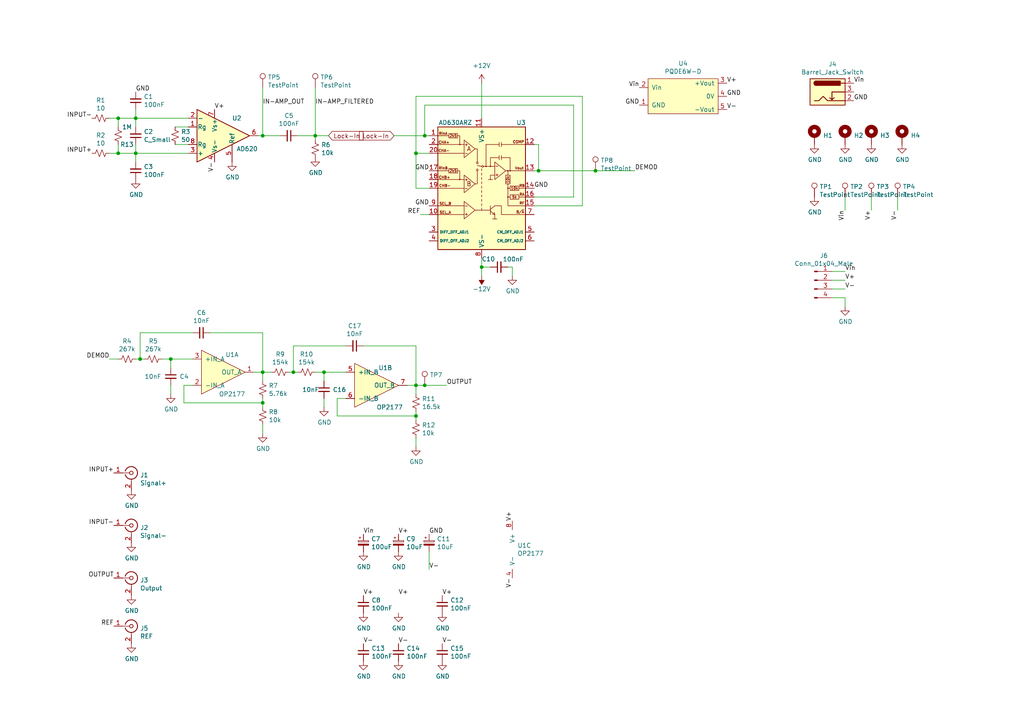
<source format=kicad_sch>
(kicad_sch (version 20250114) (generator "eeschema") (generator_version "9.0")
  (paper "A4")
  (title_block (title "openEPR Lock-In Amp") (date "2021-04-30") (rev "A") (comment 4 "Timothy Keller"))
  (lib_symbols
    (symbol "Amplifier_Instrumentation:AD620" (pin_names (offset 0.127))
      (property "Reference" "U" (at 3.81 7.62 0))
      (property "Value" "AD620" (at 5.08 5.08 0))
      (symbol "AD620_0_1"
        (polyline (pts (xy -7.62 7.62) (xy -7.62 -7.62) (xy 7.62 0) (xy -7.62 7.62)) (stroke (width 0.254)) (fill (type background)))
      )
      (symbol "AD620_1_1"
        (pin input line (at -10.16 5.08 0) (length 2.54) (name "-") (number "2"))
        (pin passive line (at -10.16 2.54 0) (length 2.54) (name "Rg") (number "1"))
        (pin passive line (at -10.16 -2.54 0) (length 2.54) (name "Rg") (number "8"))
        (pin input line (at -10.16 -5.08 0) (length 2.54) (name "+") (number "3"))
        (pin power_in line (at -2.54 7.62 270) (length 2.54) (name "Vs+") (number "7"))
        (pin power_in line (at -2.54 -7.62 90) (length 2.54) (name "Vs-") (number "4"))
        (pin passive line (at 2.54 -7.62 90) (length 5.08) (name "Ref") (number "5"))
        (pin output line (at 10.16 0 180) (length 2.54) (name "~") (number "6"))
      )
    )
    (symbol "Connector:Barrel_Jack_Switch" (pin_names (hide yes))
      (property "Reference" "J" (at 0 5.334 0))
      (property "Value" "Barrel_Jack_Switch" (at 0 -5.08 0))
      (symbol "Barrel_Jack_Switch_0_1"
        (rectangle (start -5.08 3.81) (end 5.08 -3.81) (stroke (width 0.254)) (fill (type background)))
        (polyline (pts (xy -3.81 -2.54) (xy -2.54 -2.54) (xy -1.27 -1.27) (xy 0 -2.54) (xy 2.54 -2.54) (xy 5.08 -2.54)) (stroke (width 0.254)))
        (arc (start -3.302 1.905) (mid -3.9343 2.54) (end -3.302 3.175) (stroke (width 0.254)))
        (arc (start -3.302 1.905) (mid -3.9343 2.54) (end -3.302 3.175) (stroke (width 0.254)) (fill (type outline)))
        (polyline (pts (xy 1.27 -2.286) (xy 1.905 -1.651)) (stroke (width 0.254)))
        (rectangle (start 3.683 3.175) (end -3.302 1.905) (stroke (width 0.254)) (fill (type outline)))
        (polyline (pts (xy 5.08 2.54) (xy 3.81 2.54)) (stroke (width 0.254)))
        (polyline (pts (xy 5.08 0) (xy 1.27 0) (xy 1.27 -2.286) (xy 0.635 -1.651)) (stroke (width 0.254)))
      )
      (symbol "Barrel_Jack_Switch_1_1"
        (pin passive line (at 7.62 2.54 180) (length 2.54) (name "~") (number "1"))
        (pin passive line (at 7.62 0 180) (length 2.54) (name "~") (number "3"))
        (pin passive line (at 7.62 -2.54 180) (length 2.54) (name "~") (number "2"))
      )
    )
    (symbol "Connector:Conn_Coaxial" (pin_names (offset 1.016) (hide yes))
      (property "Reference" "J" (at 0.254 3.048 0))
      (property "Value" "Conn_Coaxial" (at 2.921 0 90))
      (symbol "Conn_Coaxial_0_1"
        (polyline (pts (xy -2.54 0) (xy -0.508 0)))
        (arc (start 1.778 0) (mid 0.222 -1.8079) (end -1.778 -0.508) (stroke (width 0.254)))
        (arc (start -1.778 0.508) (mid 0.2221 1.8084) (end 1.778 0) (stroke (width 0.254)))
        (circle (center 0 0) (radius 0.508) (stroke (width 0.2032)))
        (polyline (pts (xy 0 -2.54) (xy 0 -1.778)))
      )
      (symbol "Conn_Coaxial_1_1"
        (pin passive line (at -5.08 0 0) (length 2.54) (name "In") (number "1"))
        (pin passive line (at 0 -5.08 90) (length 2.54) (name "Ext") (number "2"))
      )
    )
    (symbol "Connector:TestPoint" (pin_numbers (hide yes)) (pin_names (offset 0.762) (hide yes))
      (property "Reference" "TP" (at 0 6.858 0))
      (property "Value" "TestPoint" (at 0 5.08 0))
      (symbol "TestPoint_0_1"
        (circle (center 0 3.302) (radius 0.762))
      )
      (symbol "TestPoint_1_1"
        (pin passive line (at 0 0 90) (length 2.54) (name "1") (number "1"))
      )
    )
    (symbol "Device:C_Small" (pin_numbers (hide yes)) (pin_names (offset 0.254) (hide yes))
      (property "Reference" "C" (at 0.254 1.778 0))
      (property "Value" "C_Small" (at 0.254 -2.032 0))
      (symbol "C_Small_0_1"
        (polyline (pts (xy -1.524 0.508) (xy 1.524 0.508)) (stroke (width 0.3048)))
        (polyline (pts (xy -1.524 -0.508) (xy 1.524 -0.508)) (stroke (width 0.3302)))
      )
      (symbol "C_Small_1_1"
        (pin passive line (at 0 2.54 270) (length 2.032) (name "~") (number "1"))
        (pin passive line (at 0 -2.54 90) (length 2.032) (name "~") (number "2"))
      )
    )
    (symbol "Device:R_Small_US" (pin_numbers (hide yes)) (pin_names (offset 0.254) (hide yes))
      (property "Reference" "R" (at 0.762 0.508 0))
      (property "Value" "R_Small_US" (at 0.762 -1.016 0))
      (symbol "R_Small_US_1_1"
        (polyline (pts (xy 0 1.524) (xy 1.016 1.143) (xy 0 0.762) (xy -1.016 0.381) (xy 0 0)))
        (polyline (pts (xy 0 0) (xy 1.016 -0.381) (xy 0 -0.762) (xy -1.016 -1.143) (xy 0 -1.524)))
        (pin passive line (at 0 2.54 270) (length 1.016) (name "~") (number "1"))
        (pin passive line (at 0 -2.54 90) (length 1.016) (name "~") (number "2"))
      )
    )
    (symbol "Mechanical:MountingHole_Pad" (pin_numbers (hide yes)) (pin_names (offset 1.016) (hide yes)) (exclude_from_sim yes) (in_bom no)
      (property "Reference" "H" (at 0 6.35 0))
      (property "Value" "MountingHole_Pad" (at 0 4.445 0))
      (symbol "MountingHole_Pad_0_1"
        (circle (center 0 1.27) (radius 1.27) (stroke (width 1.27)))
      )
      (symbol "MountingHole_Pad_1_1"
        (pin input line (at 0 -2.54 90) (length 2.54) (name "1") (number "1"))
      )
    )
    (symbol "openEPR_Lock-In-rescue:AD630ARZ-Analog"
      (property "Reference" "U" (at -8.89 19.05 0))
      (property "Value" "Analog_AD630ARZ" (at 6.35 19.05 0))
      (symbol "AD630ARZ-Analog_0_0"
        (text "RinA" (at -11.176 15.875 0) (effects (font (size 0.762 0.762))))
        (text "RinB" (at -11.176 5.842 0) (effects (font (size 0.762 0.762))))
        (text "CHA+" (at -10.922 13.335 0) (effects (font (size 0.762 0.762))))
        (text "CHA-" (at -10.922 10.922 0) (effects (font (size 0.762 0.762))))
        (text "CHB+" (at -10.795 3.175 0) (effects (font (size 0.762 0.762))))
        (text "CHB-" (at -10.668 0.762 0) (effects (font (size 0.762 0.762))))
        (text "SEL_B" (at -10.541 -4.445 0) (effects (font (size 0.762 0.762))))
        (text "SEL_A" (at -10.541 -6.985 0) (effects (font (size 0.762 0.762))))
        (text "2k5" (at -8.255 15.24 0) (effects (font (size 0.762 0.762))))
        (text "2k5" (at -8.255 5.08 0) (effects (font (size 0.762 0.762))))
        (text "+" (at -4.445 12.7 0) (effects (font (size 0.889 0.889))))
        (text "-" (at -4.445 10.16 0) (effects (font (size 0.889 0.889))))
        (text "+" (at -4.445 2.54 0) (effects (font (size 0.889 0.889))))
        (text "-" (at -4.445 0 0) (effects (font (size 0.889 0.889))))
        (text "-" (at -4.445 -5.08 0) (effects (font (size 0.889 0.889))))
        (text "+" (at -4.445 -7.493 0) (effects (font (size 0.889 0.889))))
        (text "A" (at -3.683 11.43 0) (effects (font (size 1.27 1.27))))
        (text "B" (at -3.683 1.27 0) (effects (font (size 1.27 1.27))))
        (text "-" (at 4.445 6.477 0) (effects (font (size 0.889 0.889))))
        (text "+" (at 4.445 3.937 0) (effects (font (size 0.889 0.889))))
        (text "10k" (at 7.62 2.54 900) (effects (font (size 0.762 0.762))))
        (text "10k" (at 9.525 0 0) (effects (font (size 0.762 0.762))))
        (text "5k" (at 9.525 -2.54 0) (effects (font (size 0.762 0.762))))
        (text "COMP" (at 10.668 13.462 0) (effects (font (size 0.762 0.762))))
        (text "Vout" (at 10.922 5.842 0) (effects (font (size 0.762 0.762))))
        (text "B/~{A}" (at 11.176 -6.858 0) (effects (font (size 0.762 0.762))))
        (text "RB" (at 11.684 0.762 0) (effects (font (size 0.762 0.762))))
        (text "RA" (at 11.684 -1.778 0) (effects (font (size 0.762 0.762))))
        (text "RF" (at 11.684 -4.318 0) (effects (font (size 0.762 0.762))))
      )
      (symbol "AD630ARZ-Analog_0_1"
        (rectangle (start -12.7 17.78) (end 12.7 -17.78) (stroke (width 0.254)) (fill (type background)))
        (polyline (pts (xy -12.7 15.24) (xy -9.525 15.24)))
        (polyline (pts (xy -12.7 10.16) (xy -5.08 10.16)))
        (polyline (pts (xy -12.7 5.08) (xy -9.525 5.08)))
        (polyline (pts (xy -12.7 0) (xy -5.08 0)))
        (polyline (pts (xy -12.7 -5.08) (xy -5.08 -5.08)))
        (polyline (pts (xy -12.7 -7.62) (xy -5.08 -7.62)))
        (polyline (pts (xy -9.525 15.875) (xy -9.525 14.605) (xy -6.985 14.605) (xy -6.985 15.875) (xy -9.525 15.875)))
        (polyline (pts (xy -9.525 5.715) (xy -9.525 4.445) (xy -6.985 4.445) (xy -6.985 5.715) (xy -9.525 5.715)))
        (polyline (pts (xy -6.985 15.24) (xy -6.35 15.24) (xy -6.35 12.7) (xy -12.7 12.7)))
        (polyline (pts (xy -6.985 5.08) (xy -6.35 5.08) (xy -6.35 2.54) (xy -12.7 2.54)))
        (circle (center -6.35 12.7) (radius 0.127))
        (polyline (pts (xy -6.35 12.7) (xy -5.08 12.7)))
        (circle (center -6.35 2.54) (radius 0.127))
        (polyline (pts (xy -6.35 2.54) (xy -5.715 2.54) (xy -5.08 2.54)))
        (polyline (pts (xy -5.08 13.97) (xy -5.08 8.89) (xy -1.905 11.43) (xy -5.08 13.97)))
        (polyline (pts (xy -5.08 3.81) (xy -5.08 -1.27) (xy -1.905 1.27) (xy -5.08 3.81)))
        (polyline (pts (xy -5.08 -3.81) (xy -5.08 -8.89) (xy -1.905 -6.35) (xy -5.08 -3.81)))
        (polyline (pts (xy -1.905 11.43) (xy -1.27 11.43) (xy -1.27 8.89)))
        (polyline (pts (xy -1.905 1.27) (xy -1.27 1.27) (xy -1.27 5.08)))
        (polyline (pts (xy -1.905 -6.35) (xy 0 -6.35)))
        (polyline (pts (xy -1.27 8.89) (xy -1.27 7.62)))
        (circle (center -1.27 7.366) (radius 0.254))
        (circle (center -1.27 5.334) (radius 0.254))
        (polyline (pts (xy 0 6.35) (xy -1.27 6.604)))
        (polyline (pts (xy 0 5.715) (xy 0 5.08)))
        (polyline (pts (xy 0 4.445) (xy 0 3.81)))
        (polyline (pts (xy 0 3.175) (xy 0 2.54)))
        (polyline (pts (xy 0 1.905) (xy 0 1.27)))
        (polyline (pts (xy 0 0.635) (xy 0 0)))
        (polyline (pts (xy 0 -0.635) (xy 0 -1.27)))
        (polyline (pts (xy 0 -1.905) (xy 0 -2.54)))
        (polyline (pts (xy 0 -3.175) (xy 0 -3.81)))
        (polyline (pts (xy 0 -4.445) (xy 0 -5.08)))
        (polyline (pts (xy 0 -5.715) (xy 0 -6.35)))
        (polyline (pts (xy 0 -6.35) (xy 2.54 -6.35)))
        (circle (center 0.254 6.35) (radius 0.254))
        (polyline (pts (xy 1.27 12.7) (xy 5.08 12.7) (xy 5.08 13.335)))
        (polyline (pts (xy 1.27 6.35) (xy 0.508 6.35)))
        (polyline (pts (xy 1.27 6.35) (xy 1.27 12.7)))
        (polyline (pts (xy 1.27 6.35) (xy 3.81 6.35)))
        (circle (center 1.27 6.35) (radius 0.127))
        (polyline (pts (xy 1.905 2.54) (xy 3.175 2.54)))
        (polyline (pts (xy 2.54 6.35) (xy 2.54 8.89) (xy 5.08 8.89)))
        (circle (center 2.54 6.35) (radius 0.127))
        (polyline (pts (xy 2.54 -5.08) (xy 2.54 -7.62)))
        (polyline (pts (xy 2.54 -6.096) (xy 3.81 -5.08)))
        (polyline (pts (xy 2.54 -6.604) (xy 3.81 -7.62)))
        (polyline (pts (xy 3.683 -6.985) (xy 3.81 -7.62) (xy 3.175 -7.493)))
        (polyline (pts (xy 3.81 7.62) (xy 3.81 2.54)))
        (polyline (pts (xy 3.81 7.62) (xy 6.985 5.08) (xy 3.81 2.54)))
        (polyline (pts (xy 3.81 3.81) (xy 2.54 3.81) (xy 2.54 2.54)))
        (polyline (pts (xy 3.81 -5.08) (xy 5.08 -5.08)))
        (polyline (pts (xy 3.81 -7.62) (xy 3.81 -8.89) (xy 3.175 -8.89)))
        (polyline (pts (xy 3.81 -8.89) (xy 4.445 -8.89)))
        (polyline (pts (xy 5.08 12.065) (xy 5.08 12.7)))
        (polyline (pts (xy 5.08 9.525) (xy 5.08 8.255)))
        (polyline (pts (xy 5.08 -5.08) (xy 5.715 -5.08) (xy 5.715 -7.62) (xy 12.7 -7.62)))
        (polyline (pts (xy 5.715 13.335) (xy 5.715 12.065)))
        (polyline (pts (xy 5.715 12.7) (xy 12.7 12.7)))
        (polyline (pts (xy 5.715 9.525) (xy 5.715 8.255)))
        (polyline (pts (xy 5.715 8.89) (xy 8.255 8.89) (xy 8.255 5.08)))
        (polyline (pts (xy 6.985 3.81) (xy 8.255 3.81) (xy 8.255 1.27) (xy 6.985 1.27) (xy 6.985 3.81)))
        (polyline (pts (xy 7.62 5.08) (xy 12.7 5.08)))
        (circle (center 7.62 5.08) (radius 0.127))
        (polyline (pts (xy 7.62 3.81) (xy 7.62 5.08) (xy 6.985 5.08)))
        (polyline (pts (xy 7.62 1.27) (xy 7.62 -2.54)))
        (circle (center 7.62 0) (radius 0.127))
        (polyline (pts (xy 7.62 -2.54) (xy 7.62 -5.08) (xy 12.7 -5.08)))
        (circle (center 7.62 -2.54) (radius 0.127))
        (circle (center 8.255 5.08) (radius 0.127))
        (polyline (pts (xy 8.255 0.635) (xy 8.255 -0.635) (xy 10.795 -0.635) (xy 10.795 0.635) (xy 8.255 0.635)))
        (polyline (pts (xy 8.255 0) (xy 7.62 0)))
        (polyline (pts (xy 8.255 -1.905) (xy 8.255 -3.175) (xy 10.795 -3.175) (xy 10.795 -1.905) (xy 8.255 -1.905)))
        (polyline (pts (xy 8.255 -2.54) (xy 7.62 -2.54)))
        (polyline (pts (xy 10.795 0) (xy 12.7 0)))
        (polyline (pts (xy 10.795 -2.54) (xy 12.7 -2.54)))
      )
      (symbol "AD630ARZ-Analog_1_1"
        (pin input line (at -15.24 15.24 0) (length 2.54) (name "RinA") (number "1"))
        (pin input line (at -15.24 12.7 0) (length 2.54) (name "CHA+") (number "2"))
        (pin input line (at -15.24 10.16 0) (length 2.54) (name "CHA-") (number "20"))
        (pin input line (at -15.24 5.08 0) (length 2.54) (name "RinB") (number "17"))
        (pin input line (at -15.24 2.54 0) (length 2.54) (name "CHB+") (number "18"))
        (pin input line (at -15.24 0 0) (length 2.54) (name "CHB-") (number "19"))
        (pin input line (at -15.24 -5.08 0) (length 2.54) (name "SEL_B") (number "9"))
        (pin input line (at -15.24 -7.62 0) (length 2.54) (name "SEL_A") (number "10"))
        (pin passive line (at -15.24 -12.7 0) (length 2.54) (name "DIFF_OFF_ADJ1") (number "3"))
        (pin passive line (at -15.24 -15.24 0) (length 2.54) (name "DIFF_OFF_ADJ2") (number "4"))
        (pin power_in line (at 0 20.32 270) (length 2.54) (name "VS+") (number "11"))
        (pin power_in line (at 0 -20.32 90) (length 2.54) (name "VS-") (number "8"))
        (pin passive line (at 15.24 12.7 180) (length 2.54) (name "COMP") (number "12"))
        (pin output line (at 15.24 5.08 180) (length 2.54) (name "Vout") (number "13"))
        (pin output line (at 15.24 0 180) (length 2.54) (name "RB") (number "14"))
        (pin output line (at 15.24 -2.54 180) (length 2.54) (name "RA") (number "16"))
        (pin output line (at 15.24 -5.08 180) (length 2.54) (name "RF") (number "15"))
        (pin open_collector line (at 15.24 -7.62 180) (length 2.54) (name "B/~{A}") (number "7"))
        (pin passive line (at 15.24 -12.7 180) (length 2.54) (name "CM_OFF_ADJ1") (number "5"))
        (pin passive line (at 15.24 -15.24 180) (length 2.54) (name "CM_OFF_ADJ2") (number "6"))
      )
    )
    (symbol "openEPR_Lock-In-rescue:CP_Small-Device" (pin_numbers (hide yes)) (pin_names (offset 0.254) (hide yes))
      (property "Reference" "C" (at 0.254 1.778 0))
      (property "Value" "Device_CP_Small" (at 0.254 -2.032 0))
      (symbol "CP_Small-Device_0_1"
        (rectangle (start -1.524 0.6858) (end 1.524 0.3048))
        (rectangle (start -1.524 -0.3048) (end 1.524 -0.6858) (fill (type outline)))
        (polyline (pts (xy -1.27 1.524) (xy -0.762 1.524)))
        (polyline (pts (xy -1.016 1.27) (xy -1.016 1.778)))
      )
      (symbol "CP_Small-Device_1_1"
        (pin passive line (at 0 2.54 270) (length 1.8542) (name "~") (number "1"))
        (pin passive line (at 0 -2.54 90) (length 1.8542) (name "~") (number "2"))
      )
    )
    (symbol "openEPR_Lock-In-rescue:Conn_01x04_Male-Connector" (pin_names (offset 1.016) (hide yes))
      (property "Reference" "J" (at 0 5.08 0))
      (property "Value" "Connector_Conn_01x04_Male" (at 0 -7.62 0))
      (symbol "Conn_01x04_Male-Connector_1_1"
        (rectangle (start 0.8636 2.667) (end 0 2.413) (stroke (width 0.1524)) (fill (type outline)))
        (rectangle (start 0.8636 0.127) (end 0 -0.127) (stroke (width 0.1524)) (fill (type outline)))
        (rectangle (start 0.8636 -2.413) (end 0 -2.667) (stroke (width 0.1524)) (fill (type outline)))
        (rectangle (start 0.8636 -4.953) (end 0 -5.207) (stroke (width 0.1524)) (fill (type outline)))
        (polyline (pts (xy 1.27 2.54) (xy 0.8636 2.54)) (stroke (width 0.1524)))
        (polyline (pts (xy 1.27 0) (xy 0.8636 0)) (stroke (width 0.1524)))
        (polyline (pts (xy 1.27 -2.54) (xy 0.8636 -2.54)) (stroke (width 0.1524)))
        (polyline (pts (xy 1.27 -5.08) (xy 0.8636 -5.08)) (stroke (width 0.1524)))
        (pin passive line (at 5.08 2.54 180) (length 3.81) (name "Pin_1") (number "1"))
        (pin passive line (at 5.08 0 180) (length 3.81) (name "Pin_2") (number "2"))
        (pin passive line (at 5.08 -2.54 180) (length 3.81) (name "Pin_3") (number "3"))
        (pin passive line (at 5.08 -5.08 180) (length 3.81) (name "Pin_4") (number "4"))
      )
    )
    (symbol "openEPR_Lock-In-rescue:GND-power" (power) (pin_names (offset 0))
      (property "Value" "power_GND" (at 0 -3.81 0))
      (symbol "GND-power_0_1"
        (polyline (pts (xy 0 0) (xy 0 -1.27) (xy 1.27 -1.27) (xy 0 -2.54) (xy -1.27 -1.27) (xy 0 -1.27)))
      )
      (symbol "GND-power_1_1"
        (pin power_in line (at 0 0 270) (length 0) (hide yes) (name "GND") (number "1"))
      )
    )
    (symbol "openEPR_Lock-In-rescue:OP2177-My_Library" (pin_names (offset 1.016))
      (property "Reference" "U" (at 7.62 7.62 0))
      (property "Value" "My_Library_OP2177" (at 10.16 -7.62 0))
      (symbol "OP2177-My_Library_1_1"
        (polyline (pts (xy -6.35 6.35) (xy -6.35 -6.35) (xy 6.35 0) (xy -6.35 6.35)) (fill (type background)))
        (pin input line (at -8.89 3.81 0) (length 2.54) (name "+IN_A") (number "3"))
        (pin input line (at -8.89 -3.81 0) (length 2.54) (name "-IN_A") (number "2"))
        (pin input line (at 8.89 0 180) (length 2.54) (name "OUT_A") (number "1"))
      )
      (symbol "OP2177-My_Library_2_1"
        (polyline (pts (xy -6.35 6.35) (xy -6.35 -6.35) (xy 6.35 0) (xy -6.35 6.35)) (fill (type background)))
        (pin input line (at -8.89 3.81 0) (length 2.54) (name "+IN_B") (number "5"))
        (pin input line (at -8.89 -3.81 0) (length 2.54) (name "-IN_B") (number "6"))
        (pin input line (at 8.89 0 180) (length 2.54) (name "OUT_B") (number "7"))
      )
      (symbol "OP2177-My_Library_3_1"
        (pin input line (at 0 8.89 270) (length 2.54) (name "V+") (number "8"))
        (pin input line (at 0 -7.62 90) (length 2.54) (name "V-") (number "4"))
      )
    )
    (symbol "openEPR_Lock-In-rescue:PQDE6W-D-My_Library" (pin_names (offset 1.016))
      (property "Reference" "U" (at -8.89 6.35 0))
      (property "Value" "My_Library_PQDE6W-D" (at 5.08 -6.35 0))
      (symbol "PQDE6W-D-My_Library_0_1"
        (rectangle (start 10.16 -5.08) (end -10.16 5.08) (fill (type background)))
      )
      (symbol "PQDE6W-D-My_Library_1_1"
        (pin input line (at -12.7 2.54 0) (length 2.54) (name "Vin") (number "2"))
        (pin input line (at -12.7 -2.54 0) (length 2.54) (name "GND") (number "1"))
        (pin input line (at 12.7 3.81 180) (length 2.54) (name "+Vout") (number "3"))
        (pin input line (at 12.7 0 180) (length 2.54) (name "0V") (number "4"))
        (pin input line (at 12.7 -3.81 180) (length 2.54) (name "-Vout") (number "5"))
      )
    )
    (symbol "power:+12V" (power) (pin_numbers (hide yes)) (pin_names (offset 0) (hide yes))
      (property "Value" "+12V" (at 0 3.556 0))
      (symbol "+12V_0_1"
        (polyline (pts (xy -0.762 1.27) (xy 0 2.54)))
        (polyline (pts (xy 0 2.54) (xy 0.762 1.27)))
        (polyline (pts (xy 0 0) (xy 0 2.54)))
      )
      (symbol "+12V_1_1"
        (pin power_in line (at 0 0 90) (length 0) (name "~") (number "1"))
      )
    )
    (symbol "power:-12V" (power) (pin_numbers (hide yes)) (pin_names (offset 0) (hide yes))
      (property "Value" "-12V" (at 0 3.556 0))
      (symbol "-12V_0_0"
        (pin power_in line (at 0 0 90) (length 0) (name "~") (number "1"))
      )
      (symbol "-12V_0_1"
        (polyline (pts (xy 0 0) (xy 0 1.27) (xy 0.762 1.27) (xy 0 2.54) (xy -0.762 1.27) (xy 0 1.27)) (fill (type outline)))
      )
    )
  )
  (junction (at 91.44 39.37))
  (junction (at 120.65 120.65))
  (junction (at 139.7 77.47))
  (junction (at 49.53 104.14))
  (junction (at 85.09 107.95))
  (junction (at 76.2 39.37))
  (junction (at 123.19 39.37))
  (junction (at 34.29 34.29))
  (junction (at 120.65 44.45))
  (junction (at 39.37 34.29))
  (junction (at 120.65 111.76))
  (junction (at 76.2 116.84))
  (junction (at 40.64 104.14))
  (junction (at 34.29 44.45))
  (junction (at 76.2 107.95))
  (junction (at 123.19 111.76))
  (junction (at 156.21 49.53))
  (junction (at 172.72 49.53))
  (junction (at 93.98 107.95))
  (junction (at 39.37 44.45))
  (wire (pts (xy 123.19 111.76) (xy 129.54 111.76)))
  (wire (pts (xy 39.37 34.29) (xy 39.37 36.83)))
  (wire (pts (xy 34.29 36.83) (xy 34.29 34.29)))
  (wire (pts (xy 148.59 77.47) (xy 148.59 80.01)))
  (wire (pts (xy 124.46 54.61) (xy 120.65 54.61)))
  (wire (pts (xy 53.34 111.76) (xy 53.34 116.84)))
  (wire (pts (xy 76.2 123.19) (xy 76.2 125.73)))
  (wire (pts (xy 123.19 39.37) (xy 114.3 39.37)))
  (wire (pts (xy 31.75 104.14) (xy 34.29 104.14)))
  (wire (pts (xy 123.19 39.37) (xy 124.46 39.37)))
  (wire (pts (xy 93.98 115.57) (xy 93.98 118.11)))
  (wire (pts (xy 100.33 115.57) (xy 97.79 115.57)))
  (wire (pts (xy 147.32 77.47) (xy 148.59 77.47)))
  (wire (pts (xy 156.21 49.53) (xy 154.94 49.53)))
  (wire (pts (xy 50.8 41.91) (xy 54.61 41.91)))
  (wire (pts (xy 76.2 116.84) (xy 76.2 118.11)))
  (wire (pts (xy 93.98 107.95) (xy 93.98 110.49)))
  (wire (pts (xy 97.79 115.57) (xy 97.79 120.65)))
  (wire (pts (xy 39.37 31.75) (xy 39.37 34.29)))
  (wire (pts (xy 91.44 25.4) (xy 91.44 39.37)))
  (wire (pts (xy 245.11 81.28) (xy 241.3 81.28)))
  (wire (pts (xy 54.61 34.29) (xy 39.37 34.29)))
  (wire (pts (xy 139.7 74.93) (xy 139.7 77.47)))
  (wire (pts (xy 39.37 44.45) (xy 34.29 44.45)))
  (wire (pts (xy 120.65 27.94) (xy 120.65 44.45)))
  (wire (pts (xy 91.44 107.95) (xy 93.98 107.95)))
  (wire (pts (xy 34.29 34.29) (xy 31.75 34.29)))
  (wire (pts (xy 60.96 96.52) (xy 76.2 96.52)))
  (wire (pts (xy 124.46 62.23) (xy 121.92 62.23)))
  (wire (pts (xy 85.09 100.33) (xy 100.33 100.33)))
  (wire (pts (xy 120.65 111.76) (xy 123.19 111.76)))
  (wire (pts (xy 46.99 104.14) (xy 49.53 104.14)))
  (wire (pts (xy 76.2 39.37) (xy 81.28 39.37)))
  (wire (pts (xy 78.74 107.95) (xy 76.2 107.95)))
  (wire (pts (xy 73.66 107.95) (xy 76.2 107.95)))
  (wire (pts (xy 139.7 24.13) (xy 139.7 34.29)))
  (wire (pts (xy 156.21 41.91) (xy 156.21 49.53)))
  (wire (pts (xy 49.53 111.76) (xy 49.53 114.3)))
  (wire (pts (xy 245.11 86.36) (xy 245.11 88.9)))
  (wire (pts (xy 49.53 104.14) (xy 49.53 106.68)))
  (wire (pts (xy 241.3 86.36) (xy 245.11 86.36)))
  (wire (pts (xy 120.65 100.33) (xy 105.41 100.33)))
  (wire (pts (xy 120.65 114.3) (xy 120.65 111.76)))
  (wire (pts (xy 168.91 27.94) (xy 168.91 59.69)))
  (wire (pts (xy 139.7 77.47) (xy 139.7 80.01)))
  (wire (pts (xy 39.37 41.91) (xy 39.37 44.45)))
  (wire (pts (xy 120.65 111.76) (xy 118.11 111.76)))
  (wire (pts (xy 124.46 160.02) (xy 124.46 165.1)))
  (wire (pts (xy 120.65 120.65) (xy 120.65 119.38)))
  (wire (pts (xy 260.35 57.15) (xy 260.35 60.96)))
  (wire (pts (xy 39.37 44.45) (xy 39.37 46.99)))
  (wire (pts (xy 252.73 57.15) (xy 252.73 60.96)))
  (wire (pts (xy 76.2 96.52) (xy 76.2 107.95)))
  (wire (pts (xy 86.36 39.37) (xy 91.44 39.37)))
  (wire (pts (xy 85.09 107.95) (xy 86.36 107.95)))
  (wire (pts (xy 55.88 111.76) (xy 53.34 111.76)))
  (wire (pts (xy 54.61 44.45) (xy 39.37 44.45)))
  (wire (pts (xy 40.64 104.14) (xy 41.91 104.14)))
  (wire (pts (xy 154.94 57.15) (xy 166.37 57.15)))
  (wire (pts (xy 156.21 49.53) (xy 172.72 49.53)))
  (wire (pts (xy 123.19 30.48) (xy 166.37 30.48)))
  (wire (pts (xy 245.11 78.74) (xy 241.3 78.74)))
  (wire (pts (xy 91.44 39.37) (xy 91.44 40.64)))
  (wire (pts (xy 123.19 30.48) (xy 123.19 39.37)))
  (wire (pts (xy 93.98 107.95) (xy 100.33 107.95)))
  (wire (pts (xy 91.44 39.37) (xy 95.25 39.37)))
  (wire (pts (xy 76.2 115.57) (xy 76.2 116.84)))
  (wire (pts (xy 76.2 107.95) (xy 76.2 110.49)))
  (wire (pts (xy 241.3 83.82) (xy 245.11 83.82)))
  (wire (pts (xy 120.65 120.65) (xy 120.65 121.92)))
  (wire (pts (xy 154.94 41.91) (xy 156.21 41.91)))
  (wire (pts (xy 85.09 107.95) (xy 85.09 100.33)))
  (wire (pts (xy 40.64 96.52) (xy 40.64 104.14)))
  (wire (pts (xy 172.72 49.53) (xy 184.15 49.53)))
  (wire (pts (xy 168.91 59.69) (xy 154.94 59.69)))
  (wire (pts (xy 50.8 36.83) (xy 54.61 36.83)))
  (wire (pts (xy 245.11 57.15) (xy 245.11 60.96)))
  (wire (pts (xy 39.37 104.14) (xy 40.64 104.14)))
  (wire (pts (xy 120.65 44.45) (xy 120.65 54.61)))
  (wire (pts (xy 124.46 44.45) (xy 120.65 44.45)))
  (wire (pts (xy 34.29 41.91) (xy 34.29 44.45)))
  (wire (pts (xy 83.82 107.95) (xy 85.09 107.95)))
  (wire (pts (xy 49.53 104.14) (xy 55.88 104.14)))
  (wire (pts (xy 139.7 77.47) (xy 142.24 77.47)))
  (wire (pts (xy 74.93 39.37) (xy 76.2 39.37)))
  (wire (pts (xy 120.65 111.76) (xy 120.65 100.33)))
  (wire (pts (xy 120.65 27.94) (xy 168.91 27.94)))
  (wire (pts (xy 39.37 34.29) (xy 34.29 34.29)))
  (wire (pts (xy 76.2 39.37) (xy 76.2 25.4)))
  (wire (pts (xy 40.64 96.52) (xy 55.88 96.52)))
  (wire (pts (xy 34.29 44.45) (xy 31.75 44.45)))
  (wire (pts (xy 166.37 57.15) (xy 166.37 30.48)))
  (wire (pts (xy 53.34 116.84) (xy 76.2 116.84)))
  (wire (pts (xy 97.79 120.65) (xy 120.65 120.65)))
  (wire (pts (xy 120.65 127) (xy 120.65 129.54)))
  (label "Vin" (at 247.65 24.13 0))
  (label "Vin" (at 105.41 154.94 0))
  (label "Vin" (at 185.42 25.4 180))
  (label "REF" (at 121.92 62.23 180))
  (label "GND" (at 124.46 59.69 180))
  (label "V-" (at 62.23 46.99 270))
  (label "V+" (at 148.59 151.13 90))
  (label "GND" (at 247.65 29.21 0))
  (label "OUTPUT" (at 33.02 167.64 180))
  (label "V-" (at 245.11 83.82 0))
  (label "Vin" (at 245.11 78.74 0))
  (label "IN-AMP_FILTERED" (at 91.44 30.48 0))
  (label "INPUT-" (at 33.02 152.4 180))
  (label "V-" (at 210.82 31.75 0))
  (label "Vin" (at 245.11 60.96 270))
  (label "V+" (at 210.82 24.13 0))
  (label "V+" (at 62.23 31.75 0))
  (label "GND" (at 39.37 26.67 0))
  (label "V+" (at 105.41 172.72 0))
  (label "GND" (at 210.82 27.94 0))
  (label "GND" (at 185.42 30.48 180))
  (label "REF" (at 33.02 181.61 180))
  (label "DEMOD" (at 184.15 49.53 0))
  (label "V-" (at 128.27 186.69 0))
  (label "V+" (at 115.57 172.72 0))
  (label "V+" (at 245.11 81.28 0))
  (label "INPUT-" (at 26.67 34.29 180))
  (label "INPUT+" (at 26.67 44.45 180))
  (label "INPUT+" (at 33.02 137.16 180))
  (label "V+" (at 252.73 60.96 270))
  (label "V-" (at 148.59 167.64 270))
  (label "V+" (at 115.57 154.94 0))
  (label "V-" (at 260.35 60.96 270))
  (label "V-" (at 115.57 186.69 0))
  (label "GND" (at 154.94 54.61 0))
  (label "GND" (at 124.46 49.53 180))
  (label "V+" (at 128.27 172.72 0))
  (label "IN-AMP_OUT" (at 76.2 30.48 0))
  (label "GND" (at 124.46 154.94 0))
  (label "OUTPUT" (at 129.54 111.76 0))
  (label "V-" (at 105.41 186.69 0))
  (label "DEMOD" (at 31.75 104.14 180))
  (label "V-" (at 124.46 165.1 0))
  (global_label "Lock-In" (shape input) (at 114.3 39.37 180) (property "Intersheetrefs" "${INTERSHEET_REFS}" (effects (hide yes))))
  (global_label "Lock-In" (shape input) (at 95.25 39.37 0) (property "Intersheetrefs" "${INTERSHEET_REFS}" (effects (hide yes))))
  (symbol (lib_id "openEPR_Lock-In-rescue:AD630ARZ-Analog") (at 139.7 54.61 0) (unit 1)
    (property "Reference" "U3" (at 151.13 35.56 0))
    (property "Value" "AD630ARZ" (at 132.08 35.56 0))
    (property "Footprint" "Package_SO:SOIC-20W_7.5x12.8mm_P1.27mm" (effects (hide yes)))
    (property "Datasheet" "https://www.analog.com/media/en/technical-documentation/data-sheets/ad630.pdf" (effects (hide yes)))
  )
  (symbol (lib_id "openEPR_Lock-In-rescue:PQDE6W-D-My_Library") (at 198.12 27.94 0) (unit 1)
    (property "Reference" "U4" (at 198.12 18.415 0))
    (property "Value" "PQDE6W-D" (at 198.12 20.7264 0))
    (property "Footprint" "My_Library:PQDE6W-D" (effects (hide yes)))
  )
  (symbol (lib_id "openEPR_Lock-In-rescue:GND-power") (at 105.41 160.02 0) (unit 1)
    (property "Reference" "#PWR010" (effects (hide yes)))
    (property "Value" "GND" (at 105.537 164.4142 0))
  )
  (symbol (lib_id "openEPR_Lock-In-rescue:GND-power") (at 115.57 160.02 0) (unit 1)
    (property "Reference" "#PWR012" (effects (hide yes)))
    (property "Value" "GND" (at 115.697 164.4142 0))
  )
  (symbol (lib_id "openEPR_Lock-In-rescue:GND-power") (at 105.41 177.8 0) (unit 1)
    (property "Reference" "#PWR011" (effects (hide yes)))
    (property "Value" "GND" (at 105.537 182.1942 0))
  )
  (symbol (lib_id "openEPR_Lock-In-rescue:GND-power") (at 115.57 177.8 0) (unit 1)
    (property "Reference" "#PWR013" (effects (hide yes)))
    (property "Value" "GND" (at 115.697 182.1942 0))
  )
  (symbol (lib_id "Amplifier_Instrumentation:AD620") (at 64.77 39.37 0) (unit 1)
    (property "Reference" "U2" (at 67.31 34.29 0) (effects (justify left)))
    (property "Value" "AD620" (at 68.58 43.18 0) (effects (justify left)))
    (property "Footprint" "Package_SO:SOIC-8_3.9x4.9mm_P1.27mm" (effects (hide yes)))
    (property "Datasheet" "https://www.analog.com/media/en/technical-documentation/data-sheets/AD620.pdf" (effects (hide yes)))
  )
  (symbol (lib_id "openEPR_Lock-In-rescue:GND-power") (at 67.31 46.99 0) (unit 1)
    (property "Reference" "#PWR05" (effects (hide yes)))
    (property "Value" "GND" (at 67.437 51.3842 0))
  )
  (symbol (lib_id "Device:R_Small_US") (at 91.44 43.18 180) (unit 1)
    (property "Reference" "R6" (at 93.1672 42.0116 0) (effects (justify right)))
    (property "Value" "10k" (at 93.1672 44.323 0) (effects (justify right)))
    (property "Footprint" "Resistor_SMD:R_0805_2012Metric_Pad1.20x1.40mm_HandSolder" (effects (hide yes)))
  )
  (symbol (lib_id "openEPR_Lock-In-rescue:GND-power") (at 91.44 45.72 0) (unit 1)
    (property "Reference" "#PWR08" (effects (hide yes)))
    (property "Value" "GND" (at 91.567 50.1142 0))
  )
  (symbol (lib_id "Device:R_Small_US") (at 29.21 44.45 270) (unit 1)
    (property "Reference" "R2" (at 29.21 39.243 90))
    (property "Value" "10" (at 29.21 41.5544 90))
    (property "Footprint" "Resistor_SMD:R_0805_2012Metric_Pad1.20x1.40mm_HandSolder" (effects (hide yes)))
  )
  (symbol (lib_id "Device:R_Small_US") (at 29.21 34.29 270) (unit 1)
    (property "Reference" "R1" (at 29.21 29.083 90))
    (property "Value" "10" (at 29.21 31.3944 90))
    (property "Footprint" "Resistor_SMD:R_0805_2012Metric_Pad1.20x1.40mm_HandSolder" (effects (hide yes)))
  )
  (symbol (lib_id "openEPR_Lock-In-rescue:GND-power") (at 39.37 52.07 0) (unit 1)
    (property "Reference" "#PWR01" (effects (hide yes)))
    (property "Value" "GND" (at 39.497 56.4642 0))
  )
  (symbol (lib_id "Connector:Conn_Coaxial") (at 38.1 137.16 0) (unit 1)
    (property "Reference" "J1" (at 40.64 137.795 0) (effects (justify left)))
    (property "Value" "Signal+" (at 40.64 140.1064 0) (effects (justify left)))
    (property "Footprint" "Connector_Coaxial:SMA_Samtec_SMA-J-P-X-ST-EM1_EdgeMount" (effects (hide yes)))
  )
  (symbol (lib_id "Connector:Conn_Coaxial") (at 38.1 152.4 0) (unit 1)
    (property "Reference" "J2" (at 40.64 153.035 0) (effects (justify left)))
    (property "Value" "Signal-" (at 40.64 155.3464 0) (effects (justify left)))
    (property "Footprint" "Connector_Coaxial:SMA_Samtec_SMA-J-P-X-ST-EM1_EdgeMount" (effects (hide yes)))
  )
  (symbol (lib_id "Connector:Conn_Coaxial") (at 38.1 167.64 0) (unit 1)
    (property "Reference" "J3" (at 40.64 168.275 0) (effects (justify left)))
    (property "Value" "Output" (at 40.64 170.5864 0) (effects (justify left)))
    (property "Footprint" "Connector_Coaxial:SMA_Samtec_SMA-J-P-X-ST-EM1_EdgeMount" (effects (hide yes)))
  )
  (symbol (lib_id "openEPR_Lock-In-rescue:GND-power") (at 38.1 142.24 0) (unit 1)
    (property "Reference" "#PWR02" (effects (hide yes)))
    (property "Value" "GND" (at 38.227 146.6342 0))
  )
  (symbol (lib_id "openEPR_Lock-In-rescue:GND-power") (at 38.1 157.48 0) (unit 1)
    (property "Reference" "#PWR03" (effects (hide yes)))
    (property "Value" "GND" (at 38.227 161.8742 0))
  )
  (symbol (lib_id "openEPR_Lock-In-rescue:GND-power") (at 38.1 172.72 0) (unit 1)
    (property "Reference" "#PWR04" (effects (hide yes)))
    (property "Value" "GND" (at 38.227 177.1142 0))
  )
  (symbol (lib_id "Device:C_Small") (at 83.82 39.37 270) (unit 1)
    (property "Reference" "C5" (at 83.82 33.5534 90))
    (property "Value" "100nF" (at 83.82 35.8648 90))
    (property "Footprint" "Capacitor_SMD:C_0805_2012Metric_Pad1.18x1.45mm_HandSolder" (effects (hide yes)))
  )
  (symbol (lib_id "Device:C_Small") (at 39.37 39.37 180) (unit 1)
    (property "Reference" "C2" (at 41.7068 38.2016 0) (effects (justify right)))
    (property "Value" "C_Small" (at 41.7068 40.513 0) (effects (justify right)))
    (property "Footprint" "Capacitor_SMD:C_0805_2012Metric_Pad1.18x1.45mm_HandSolder" (effects (hide yes)))
  )
  (symbol (lib_id "Device:C_Small") (at 39.37 29.21 180) (unit 1)
    (property "Reference" "C1" (at 41.7068 28.0416 0) (effects (justify right)))
    (property "Value" "100nF" (at 41.7068 30.353 0) (effects (justify right)))
    (property "Footprint" "Capacitor_SMD:C_0805_2012Metric_Pad1.18x1.45mm_HandSolder" (effects (hide yes)))
  )
  (symbol (lib_id "Device:C_Small") (at 39.37 49.53 180) (unit 1)
    (property "Reference" "C3" (at 41.7068 48.3616 0) (effects (justify right)))
    (property "Value" "100nF" (at 41.7068 50.673 0) (effects (justify right)))
    (property "Footprint" "Capacitor_SMD:C_0805_2012Metric_Pad1.18x1.45mm_HandSolder" (effects (hide yes)))
  )
  (symbol (lib_id "openEPR_Lock-In-rescue:CP_Small-Device") (at 105.41 157.48 0) (unit 1)
    (property "Reference" "C7" (at 107.6452 156.3116 0) (effects (justify left)))
    (property "Value" "100uF" (at 107.6452 158.623 0) (effects (justify left)))
    (property "Footprint" "Capacitor_THT:CP_Radial_D8.0mm_P5.00mm" (effects (hide yes)))
  )
  (symbol (lib_id "openEPR_Lock-In-rescue:CP_Small-Device") (at 115.57 157.48 0) (unit 1)
    (property "Reference" "C9" (at 117.8052 156.3116 0) (effects (justify left)))
    (property "Value" "10uF" (at 117.8052 158.623 0) (effects (justify left)))
    (property "Footprint" "Capacitor_THT:CP_Radial_D5.0mm_P2.00mm" (effects (hide yes)))
  )
  (symbol (lib_id "openEPR_Lock-In-rescue:CP_Small-Device") (at 124.46 157.48 0) (unit 1)
    (property "Reference" "C11" (at 126.6952 156.3116 0) (effects (justify left)))
    (property "Value" "10uF" (at 126.6952 158.623 0) (effects (justify left)))
    (property "Footprint" "Capacitor_THT:CP_Radial_D5.0mm_P2.00mm" (effects (hide yes)))
  )
  (symbol (lib_id "Device:C_Small") (at 105.41 175.26 0) (unit 1)
    (property "Reference" "C8" (at 107.7468 174.0916 0) (effects (justify left)))
    (property "Value" "100nF" (at 107.7468 176.403 0) (effects (justify left)))
    (property "Footprint" "Capacitor_SMD:C_0805_2012Metric_Pad1.18x1.45mm_HandSolder" (effects (hide yes)))
  )
  (symbol (lib_id "Device:C_Small") (at 144.78 77.47 90) (unit 1)
    (property "Reference" "C10" (at 143.6116 75.1332 90) (effects (justify left)))
    (property "Value" "100nF" (at 151.892 75.184 90) (effects (justify left)))
    (property "Footprint" "Capacitor_SMD:C_0805_2012Metric_Pad1.18x1.45mm_HandSolder" (effects (hide yes)))
  )
  (symbol (lib_id "Device:C_Small") (at 128.27 175.26 0) (unit 1)
    (property "Reference" "C12" (at 130.6068 174.0916 0) (effects (justify left)))
    (property "Value" "100nF" (at 130.6068 176.403 0) (effects (justify left)))
    (property "Footprint" "Capacitor_SMD:C_0805_2012Metric_Pad1.18x1.45mm_HandSolder" (effects (hide yes)))
  )
  (symbol (lib_id "openEPR_Lock-In-rescue:GND-power") (at 128.27 177.8 0) (unit 1)
    (property "Reference" "#PWR015" (effects (hide yes)))
    (property "Value" "GND" (at 128.397 182.1942 0))
  )
  (symbol (lib_id "Device:R_Small_US") (at 50.8 39.37 180) (unit 1)
    (property "Reference" "R3" (at 52.5272 38.2016 0) (effects (justify right)))
    (property "Value" "50" (at 52.5272 40.513 0) (effects (justify right)))
    (property "Footprint" "Resistor_SMD:R_0805_2012Metric_Pad1.20x1.40mm_HandSolder" (effects (hide yes)))
  )
  (symbol (lib_id "Connector:Conn_Coaxial") (at 38.1 181.61 0) (unit 1)
    (property "Reference" "J5" (at 40.64 182.245 0) (effects (justify left)))
    (property "Value" "REF" (at 40.64 184.5564 0) (effects (justify left)))
    (property "Footprint" "Connector_Coaxial:SMA_Samtec_SMA-J-P-X-ST-EM1_EdgeMount" (effects (hide yes)))
  )
  (symbol (lib_id "openEPR_Lock-In-rescue:GND-power") (at 38.1 186.69 0) (unit 1)
    (property "Reference" "#PWR0101" (effects (hide yes)))
    (property "Value" "GND" (at 38.227 191.0842 0))
  )
  (symbol (lib_id "Connector:Barrel_Jack_Switch") (at 240.03 26.67 0) (unit 1)
    (property "Reference" "J4" (at 241.4778 18.6182 0))
    (property "Value" "Barrel_Jack_Switch" (at 241.4778 20.9296 0))
    (property "Footprint" "Connector_BarrelJack:BarrelJack_Horizontal" (effects (hide yes)))
  )
  (symbol (lib_id "Device:C_Small") (at 105.41 189.23 0) (unit 1)
    (property "Reference" "C13" (at 107.7468 188.0616 0) (effects (justify left)))
    (property "Value" "100nF" (at 107.7468 190.373 0) (effects (justify left)))
    (property "Footprint" "Capacitor_SMD:C_0805_2012Metric_Pad1.18x1.45mm_HandSolder" (effects (hide yes)))
  )
  (symbol (lib_id "openEPR_Lock-In-rescue:GND-power") (at 105.41 191.77 0) (unit 1)
    (property "Reference" "#PWR0102" (effects (hide yes)))
    (property "Value" "GND" (at 105.537 196.1642 0))
  )
  (symbol (lib_id "Mechanical:MountingHole_Pad") (at 236.22 39.37 0) (unit 1)
    (property "Reference" "H1" (at 238.76 39.2938 0) (effects (justify left)))
    (property "Value" "MountingHole_Pad" (effects (hide yes)))
    (property "Footprint" "MountingHole:MountingHole_2.7mm_M2.5_Pad" (effects (hide yes)))
  )
  (symbol (lib_id "Mechanical:MountingHole_Pad") (at 245.11 39.37 0) (unit 1)
    (property "Reference" "H2" (at 247.65 39.2938 0) (effects (justify left)))
    (property "Value" "MountingHole_Pad" (effects (hide yes)))
    (property "Footprint" "MountingHole:MountingHole_2.7mm_M2.5_Pad" (effects (hide yes)))
  )
  (symbol (lib_id "Mechanical:MountingHole_Pad") (at 261.62 39.37 0) (unit 1)
    (property "Reference" "H4" (at 264.16 39.2938 0) (effects (justify left)))
    (property "Value" "MountingHole_Pad" (effects (hide yes)))
    (property "Footprint" "MountingHole:MountingHole_2.7mm_M2.5_Pad" (effects (hide yes)))
  )
  (symbol (lib_id "Mechanical:MountingHole_Pad") (at 252.73 39.37 0) (unit 1)
    (property "Reference" "H3" (at 255.27 39.2938 0) (effects (justify left)))
    (property "Value" "MountingHole_Pad" (effects (hide yes)))
    (property "Footprint" "MountingHole:MountingHole_2.7mm_M2.5_Pad" (effects (hide yes)))
  )
  (symbol (lib_id "Device:C_Small") (at 115.57 189.23 0) (unit 1)
    (property "Reference" "C14" (at 117.9068 188.0616 0) (effects (justify left)))
    (property "Value" "100nF" (at 117.9068 190.373 0) (effects (justify left)))
    (property "Footprint" "Capacitor_SMD:C_0805_2012Metric_Pad1.18x1.45mm_HandSolder" (effects (hide yes)))
  )
  (symbol (lib_id "openEPR_Lock-In-rescue:GND-power") (at 115.57 191.77 0) (unit 1)
    (property "Reference" "#PWR0103" (effects (hide yes)))
    (property "Value" "GND" (at 115.697 196.1642 0))
  )
  (symbol (lib_id "Connector:TestPoint") (at 236.22 57.15 0) (unit 1)
    (property "Reference" "TP1" (at 237.6932 54.1528 0) (effects (justify left)))
    (property "Value" "TestPoint" (at 237.6932 56.4642 0) (effects (justify left)))
    (property "Footprint" "TestPoint:TestPoint_Pad_D2.5mm" (effects (hide yes)))
  )
  (symbol (lib_id "openEPR_Lock-In-rescue:GND-power") (at 128.27 191.77 0) (unit 1)
    (property "Reference" "#PWR0104" (effects (hide yes)))
    (property "Value" "GND" (at 128.397 196.1642 0))
  )
  (symbol (lib_id "Connector:TestPoint") (at 245.11 57.15 0) (unit 1)
    (property "Reference" "TP2" (at 246.5832 54.1528 0) (effects (justify left)))
    (property "Value" "TestPoint" (at 246.5832 56.4642 0) (effects (justify left)))
    (property "Footprint" "TestPoint:TestPoint_Pad_D2.5mm" (effects (hide yes)))
  )
  (symbol (lib_id "Connector:TestPoint") (at 252.73 57.15 0) (unit 1)
    (property "Reference" "TP3" (at 254.2032 54.1528 0) (effects (justify left)))
    (property "Value" "TestPoint" (at 254.2032 56.4642 0) (effects (justify left)))
    (property "Footprint" "TestPoint:TestPoint_Pad_D2.5mm" (effects (hide yes)))
  )
  (symbol (lib_id "Connector:TestPoint") (at 260.35 57.15 0) (unit 1)
    (property "Reference" "TP4" (at 261.8232 54.1528 0) (effects (justify left)))
    (property "Value" "TestPoint" (at 261.8232 56.4642 0) (effects (justify left)))
    (property "Footprint" "TestPoint:TestPoint_Pad_D2.5mm" (effects (hide yes)))
  )
  (symbol (lib_id "openEPR_Lock-In-rescue:GND-power") (at 236.22 41.91 0) (unit 1)
    (property "Reference" "#PWR0105" (effects (hide yes)))
    (property "Value" "GND" (at 236.347 46.3042 0))
  )
  (symbol (lib_id "openEPR_Lock-In-rescue:GND-power") (at 245.11 41.91 0) (unit 1)
    (property "Reference" "#PWR0106" (effects (hide yes)))
    (property "Value" "GND" (at 245.237 46.3042 0))
  )
  (symbol (lib_id "openEPR_Lock-In-rescue:GND-power") (at 252.73 41.91 0) (unit 1)
    (property "Reference" "#PWR0107" (effects (hide yes)))
    (property "Value" "GND" (at 252.857 46.3042 0))
  )
  (symbol (lib_id "openEPR_Lock-In-rescue:GND-power") (at 261.62 41.91 0) (unit 1)
    (property "Reference" "#PWR0108" (effects (hide yes)))
    (property "Value" "GND" (at 261.747 46.3042 0))
  )
  (symbol (lib_id "openEPR_Lock-In-rescue:GND-power") (at 236.22 57.15 0) (unit 1)
    (property "Reference" "#PWR0109" (effects (hide yes)))
    (property "Value" "GND" (at 236.347 61.5442 0))
  )
  (symbol (lib_id "Device:C_Small") (at 128.27 189.23 0) (unit 1)
    (property "Reference" "C15" (at 130.6068 188.0616 0) (effects (justify left)))
    (property "Value" "100nF" (at 130.6068 190.373 0) (effects (justify left)))
    (property "Footprint" "Capacitor_SMD:C_0805_2012Metric_Pad1.18x1.45mm_HandSolder" (effects (hide yes)))
  )
  (symbol (lib_id "Connector:TestPoint") (at 91.44 25.4 0) (unit 1)
    (property "Reference" "TP6" (at 92.9132 22.4028 0) (effects (justify left)))
    (property "Value" "TestPoint" (at 92.9132 24.7142 0) (effects (justify left)))
    (property "Footprint" "TestPoint:TestPoint_Pad_D1.5mm" (effects (hide yes)))
  )
  (symbol (lib_id "Connector:TestPoint") (at 76.2 25.4 0) (unit 1)
    (property "Reference" "TP5" (at 77.6732 22.4028 0) (effects (justify left)))
    (property "Value" "TestPoint" (at 77.6732 24.7142 0) (effects (justify left)))
    (property "Footprint" "TestPoint:TestPoint_Pad_D1.5mm" (effects (hide yes)))
  )
  (symbol (lib_id "Connector:TestPoint") (at 123.19 111.76 0) (unit 1)
    (property "Reference" "TP7" (at 124.6632 108.7628 0) (effects (justify left)))
    (property "Value" "TestPoint" (effects (hide yes)))
    (property "Footprint" "TestPoint:TestPoint_Pad_D1.5mm" (effects (hide yes)))
  )
  (symbol (lib_id "Connector:TestPoint") (at 172.72 49.53 0) (unit 1)
    (property "Reference" "TP8" (at 174.1932 46.5328 0) (effects (justify left)))
    (property "Value" "TestPoint" (at 174.1932 48.8442 0) (effects (justify left)))
    (property "Footprint" "TestPoint:TestPoint_Pad_D1.5mm" (effects (hide yes)))
  )
  (symbol (lib_id "openEPR_Lock-In-rescue:Conn_01x04_Male-Connector") (at 236.22 81.28 0) (unit 1)
    (property "Reference" "J6" (at 238.9632 74.1426 0))
    (property "Value" "Conn_01x04_Male" (at 238.9632 76.454 0))
    (property "Footprint" "Connector_PinHeader_2.54mm:PinHeader_1x04_P2.54mm_Vertical" (effects (hide yes)))
  )
  (symbol (lib_id "openEPR_Lock-In-rescue:GND-power") (at 245.11 88.9 0) (unit 1)
    (property "Reference" "#PWR0114" (effects (hide yes)))
    (property "Value" "GND" (at 245.237 93.2942 0))
  )
  (symbol (lib_id "Device:R_Small_US") (at 36.83 104.14 270) (unit 1)
    (property "Reference" "R4" (at 36.83 98.933 90))
    (property "Value" "267k" (at 36.83 101.2444 90))
    (property "Footprint" "Resistor_SMD:R_0805_2012Metric_Pad1.20x1.40mm_HandSolder" (effects (hide yes)))
  )
  (symbol (lib_id "Device:R_Small_US") (at 44.45 104.14 270) (unit 1)
    (property "Reference" "R5" (at 44.45 98.933 90))
    (property "Value" "267k" (at 44.45 101.2444 90))
    (property "Footprint" "Resistor_SMD:R_0805_2012Metric_Pad1.20x1.40mm_HandSolder" (effects (hide yes)))
  )
  (symbol (lib_id "Device:R_Small_US") (at 76.2 113.03 180) (unit 1)
    (property "Reference" "R7" (at 77.9272 111.8616 0) (effects (justify right)))
    (property "Value" "5.76k" (at 77.9272 114.173 0) (effects (justify right)))
    (property "Footprint" "Resistor_SMD:R_0805_2012Metric_Pad1.20x1.40mm_HandSolder" (effects (hide yes)))
  )
  (symbol (lib_id "Device:R_Small_US") (at 76.2 120.65 180) (unit 1)
    (property "Reference" "R8" (at 77.9272 119.4816 0) (effects (justify right)))
    (property "Value" "10k" (at 77.9272 121.793 0) (effects (justify right)))
    (property "Footprint" "Resistor_SMD:R_0805_2012Metric_Pad1.20x1.40mm_HandSolder" (effects (hide yes)))
  )
  (symbol (lib_id "Device:R_Small_US") (at 81.28 107.95 90) (unit 1)
    (property "Reference" "R9" (at 81.28 102.743 90))
    (property "Value" "154k" (at 81.28 105.0544 90))
    (property "Footprint" "Resistor_SMD:R_0805_2012Metric_Pad1.20x1.40mm_HandSolder" (effects (hide yes)))
  )
  (symbol (lib_id "Device:R_Small_US") (at 88.9 107.95 90) (unit 1)
    (property "Reference" "R10" (at 88.9 102.743 90))
    (property "Value" "154k" (at 88.9 105.0544 90))
    (property "Footprint" "Resistor_SMD:R_0805_2012Metric_Pad1.20x1.40mm_HandSolder" (effects (hide yes)))
  )
  (symbol (lib_id "Device:R_Small_US") (at 120.65 116.84 180) (unit 1)
    (property "Reference" "R11" (at 122.3772 115.6716 0) (effects (justify right)))
    (property "Value" "16.5k" (at 122.3772 117.983 0) (effects (justify right)))
    (property "Footprint" "Resistor_SMD:R_0805_2012Metric_Pad1.20x1.40mm_HandSolder" (effects (hide yes)))
  )
  (symbol (lib_id "Device:R_Small_US") (at 120.65 124.46 180) (unit 1)
    (property "Reference" "R12" (at 122.3772 123.2916 0) (effects (justify right)))
    (property "Value" "10k" (at 122.3772 125.603 0) (effects (justify right)))
    (property "Footprint" "Resistor_SMD:R_0805_2012Metric_Pad1.20x1.40mm_HandSolder" (effects (hide yes)))
  )
  (symbol (lib_id "Device:C_Small") (at 49.53 109.22 0) (unit 1)
    (property "Reference" "C4" (at 52.07 109.22 0) (effects (justify left)))
    (property "Value" "10nF" (at 41.91 109.22 0) (effects (justify left)))
    (property "Footprint" "Capacitor_SMD:C_0805_2012Metric_Pad1.18x1.45mm_HandSolder" (effects (hide yes)))
  )
  (symbol (lib_id "Device:C_Small") (at 58.42 96.52 270) (unit 1)
    (property "Reference" "C6" (at 58.42 90.7034 90))
    (property "Value" "10nF" (at 58.42 93.0148 90))
    (property "Footprint" "Capacitor_SMD:C_0805_2012Metric_Pad1.18x1.45mm_HandSolder" (effects (hide yes)))
  )
  (symbol (lib_id "Device:C_Small") (at 93.98 113.03 0) (unit 1)
    (property "Reference" "C16" (at 96.52 113.03 0) (effects (justify left)))
    (property "Value" "10nF" (at 87.63 113.03 0) (effects (justify left)))
    (property "Footprint" "Capacitor_SMD:C_0805_2012Metric_Pad1.18x1.45mm_HandSolder" (effects (hide yes)))
  )
  (symbol (lib_id "Device:C_Small") (at 102.87 100.33 270) (unit 1)
    (property "Reference" "C17" (at 102.87 94.5134 90))
    (property "Value" "10nF" (at 102.87 96.8248 90))
    (property "Footprint" "Capacitor_SMD:C_0805_2012Metric_Pad1.18x1.45mm_HandSolder" (effects (hide yes)))
  )
  (symbol (lib_id "openEPR_Lock-In-rescue:GND-power") (at 49.53 114.3 0) (unit 1)
    (property "Reference" "#PWR0110" (effects (hide yes)))
    (property "Value" "GND" (at 49.657 118.6942 0))
  )
  (symbol (lib_id "openEPR_Lock-In-rescue:GND-power") (at 93.98 118.11 0) (unit 1)
    (property "Reference" "#PWR0111" (effects (hide yes)))
    (property "Value" "GND" (at 94.107 122.5042 0))
  )
  (symbol (lib_id "openEPR_Lock-In-rescue:GND-power") (at 76.2 125.73 0) (unit 1)
    (property "Reference" "#PWR0112" (effects (hide yes)))
    (property "Value" "GND" (at 76.327 130.1242 0))
  )
  (symbol (lib_id "openEPR_Lock-In-rescue:GND-power") (at 120.65 129.54 0) (unit 1)
    (property "Reference" "#PWR0113" (effects (hide yes)))
    (property "Value" "GND" (at 120.777 133.9342 0))
  )
  (symbol (lib_id "openEPR_Lock-In-rescue:OP2177-My_Library") (at 64.77 107.95 0) (unit 1)
    (property "Reference" "U1" (at 67.31 102.87 0))
    (property "Value" "OP2177" (at 67.31 114.3 0))
    (property "Footprint" "Package_SO:SOIC-8_3.9x4.9mm_P1.27mm" (effects (hide yes)))
  )
  (symbol (lib_id "openEPR_Lock-In-rescue:OP2177-My_Library") (at 109.22 111.76 0) (unit 2)
    (property "Reference" "U1" (at 111.76 106.68 0))
    (property "Value" "OP2177" (at 113.03 118.11 0))
    (property "Footprint" "Package_SO:SOIC-8_3.9x4.9mm_P1.27mm" (effects (hide yes)))
  )
  (symbol (lib_id "openEPR_Lock-In-rescue:OP2177-My_Library") (at 148.59 160.02 0) (unit 3)
    (property "Reference" "U1" (at 150.0632 158.2166 0) (effects (justify left)))
    (property "Value" "OP2177" (at 150.0632 160.528 0) (effects (justify left)))
    (property "Footprint" "Package_SO:SOIC-8_3.9x4.9mm_P1.27mm" (effects (hide yes)))
  )
  (symbol (lib_id "Device:R_Small_US") (at 34.29 39.37 180) (unit 1)
    (property "Reference" "R13" (at 36.83 41.91 0))
    (property "Value" "1M" (at 36.83 36.83 0))
    (property "Footprint" "Resistor_SMD:R_0805_2012Metric_Pad1.20x1.40mm_HandSolder" (effects (hide yes)))
  )
  (symbol (lib_id "power:+12V") (at 139.7 24.13 0) (unit 1)
    (property "Reference" "#PWR06" (effects (hide yes)))
    (property "Value" "+12V" (at 139.7 19.05 0))
    (property "Description" "Power symbol creates a global label with name \"+12V\"" (effects (hide yes)))
  )
  (symbol (lib_id "power:-12V") (at 139.7 80.01 180) (unit 1)
    (property "Reference" "#PWR07" (effects (hide yes)))
    (property "Value" "-12V" (at 139.7 83.82 0))
    (property "Description" "Power symbol creates a global label with name \"-12V\"" (effects (hide yes)))
  )
  (symbol (lib_id "openEPR_Lock-In-rescue:GND-power") (at 148.59 80.01 0) (unit 1)
    (property "Reference" "#PWR016" (effects (hide yes)))
    (property "Value" "GND" (at 148.717 84.4042 0))
  )
)
</source>
